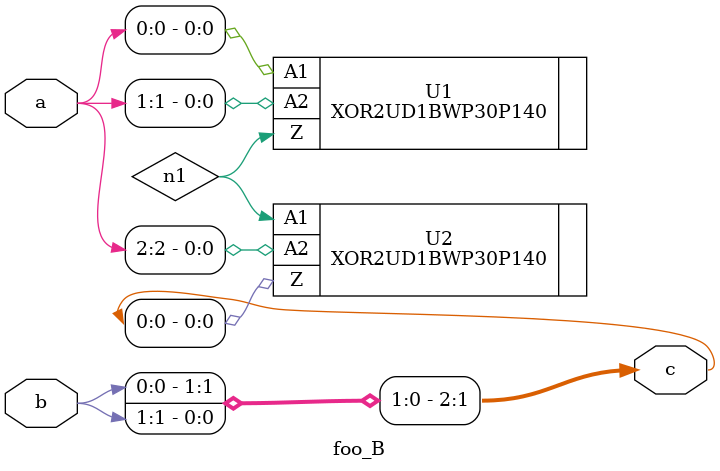
<source format=v>
module foo_A (a,b,c,z);

input [2:0] a;
input [1:0] b;
output [2:0] c;
output z;
wire [1:0] d;
    foo_B F0 (.a(a), .b(d), .c(c));

    XOR2UD1BWP30P140 U1 ( .A1(a[0]), .A2(b[0]), .Z(d[0]));
    XOR2UD1BWP30P140 U2 ( .A1(a[1]), .A2(b[1]), .Z(d[1]));
    XOR2UD1BWP30P140 U3 ( .A1(c[1]), .A2(c[0]), .Z(z));

endmodule

module foo_B (a,b,c);

input [2:0] a;
input [1:0] b;
output [2:0] c;

wire n1;

    assign c[1] = b[1];
    assign c[2] = b[0];

    XOR2UD1BWP30P140 U1 ( .A1(a[0]), .A2(a[1]), .Z(n1));
    XOR2UD1BWP30P140 U2 ( .A1(n1), .A2(a[2]), .Z(c[0]));

endmodule

</source>
